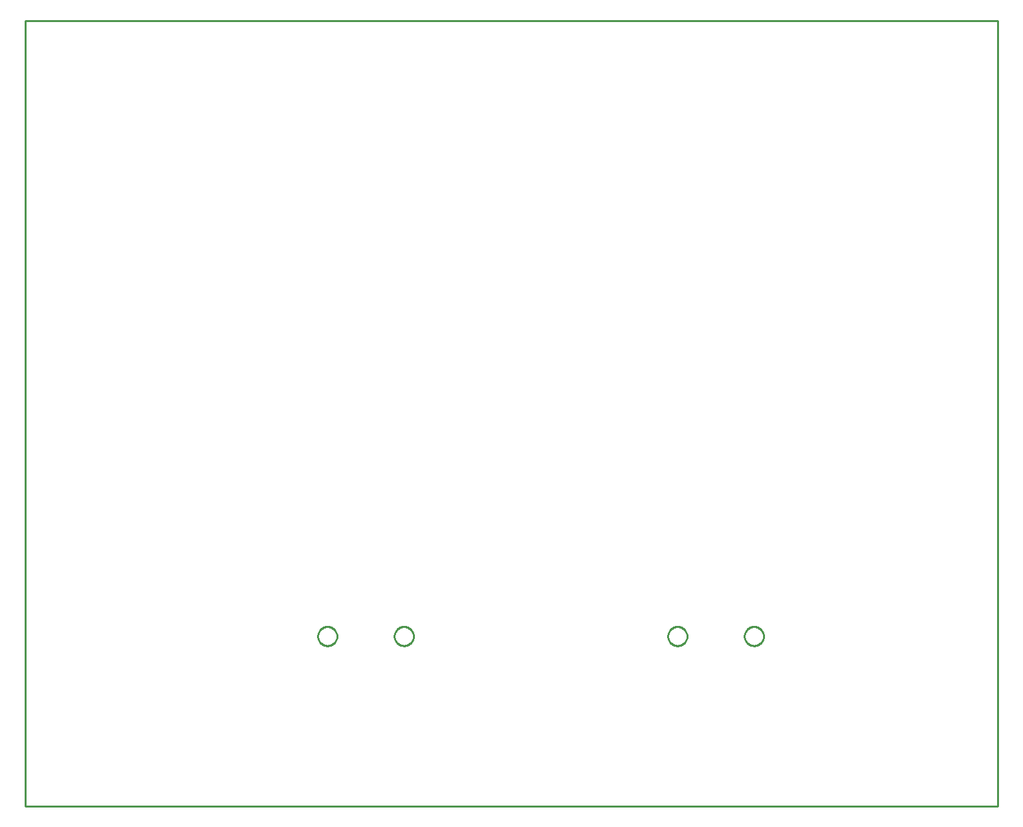
<source format=gbr>
G04 EAGLE Gerber RS-274X export*
G75*
%MOMM*%
%FSLAX34Y34*%
%LPD*%
%IN*%
%IPPOS*%
%AMOC8*
5,1,8,0,0,1.08239X$1,22.5*%
G01*
%ADD10C,0.254000*%


D10*
X0Y0D02*
X1269800Y0D01*
X1269800Y1025400D01*
X0Y1025400D01*
X0Y0D01*
X482000Y222591D02*
X482077Y223570D01*
X482231Y224541D01*
X482460Y225496D01*
X482764Y226430D01*
X483139Y227337D01*
X483585Y228212D01*
X484099Y229050D01*
X484676Y229845D01*
X485314Y230592D01*
X486008Y231286D01*
X486755Y231924D01*
X487550Y232501D01*
X488388Y233015D01*
X489263Y233461D01*
X490170Y233836D01*
X491104Y234140D01*
X492060Y234369D01*
X493030Y234523D01*
X494009Y234600D01*
X494991Y234600D01*
X495970Y234523D01*
X496941Y234369D01*
X497896Y234140D01*
X498830Y233836D01*
X499737Y233461D01*
X500612Y233015D01*
X501450Y232501D01*
X502245Y231924D01*
X502992Y231286D01*
X503686Y230592D01*
X504324Y229845D01*
X504901Y229050D01*
X505415Y228212D01*
X505861Y227337D01*
X506236Y226430D01*
X506540Y225496D01*
X506769Y224541D01*
X506923Y223570D01*
X507000Y222591D01*
X507000Y221609D01*
X506923Y220630D01*
X506769Y219660D01*
X506540Y218704D01*
X506236Y217770D01*
X505861Y216863D01*
X505415Y215988D01*
X504901Y215150D01*
X504324Y214355D01*
X503686Y213608D01*
X502992Y212914D01*
X502245Y212276D01*
X501450Y211699D01*
X500612Y211185D01*
X499737Y210739D01*
X498830Y210364D01*
X497896Y210060D01*
X496941Y209831D01*
X495970Y209677D01*
X494991Y209600D01*
X494009Y209600D01*
X493030Y209677D01*
X492060Y209831D01*
X491104Y210060D01*
X490170Y210364D01*
X489263Y210739D01*
X488388Y211185D01*
X487550Y211699D01*
X486755Y212276D01*
X486008Y212914D01*
X485314Y213608D01*
X484676Y214355D01*
X484099Y215150D01*
X483585Y215988D01*
X483139Y216863D01*
X482764Y217770D01*
X482460Y218704D01*
X482231Y219660D01*
X482077Y220630D01*
X482000Y221609D01*
X482000Y222591D01*
X382000Y222591D02*
X382077Y223570D01*
X382231Y224541D01*
X382460Y225496D01*
X382764Y226430D01*
X383139Y227337D01*
X383585Y228212D01*
X384099Y229050D01*
X384676Y229845D01*
X385314Y230592D01*
X386008Y231286D01*
X386755Y231924D01*
X387550Y232501D01*
X388388Y233015D01*
X389263Y233461D01*
X390170Y233836D01*
X391104Y234140D01*
X392060Y234369D01*
X393030Y234523D01*
X394009Y234600D01*
X394991Y234600D01*
X395970Y234523D01*
X396941Y234369D01*
X397896Y234140D01*
X398830Y233836D01*
X399737Y233461D01*
X400612Y233015D01*
X401450Y232501D01*
X402245Y231924D01*
X402992Y231286D01*
X403686Y230592D01*
X404324Y229845D01*
X404901Y229050D01*
X405415Y228212D01*
X405861Y227337D01*
X406236Y226430D01*
X406540Y225496D01*
X406769Y224541D01*
X406923Y223570D01*
X407000Y222591D01*
X407000Y221609D01*
X406923Y220630D01*
X406769Y219660D01*
X406540Y218704D01*
X406236Y217770D01*
X405861Y216863D01*
X405415Y215988D01*
X404901Y215150D01*
X404324Y214355D01*
X403686Y213608D01*
X402992Y212914D01*
X402245Y212276D01*
X401450Y211699D01*
X400612Y211185D01*
X399737Y210739D01*
X398830Y210364D01*
X397896Y210060D01*
X396941Y209831D01*
X395970Y209677D01*
X394991Y209600D01*
X394009Y209600D01*
X393030Y209677D01*
X392060Y209831D01*
X391104Y210060D01*
X390170Y210364D01*
X389263Y210739D01*
X388388Y211185D01*
X387550Y211699D01*
X386755Y212276D01*
X386008Y212914D01*
X385314Y213608D01*
X384676Y214355D01*
X384099Y215150D01*
X383585Y215988D01*
X383139Y216863D01*
X382764Y217770D01*
X382460Y218704D01*
X382231Y219660D01*
X382077Y220630D01*
X382000Y221609D01*
X382000Y222591D01*
X939200Y222591D02*
X939277Y223570D01*
X939431Y224541D01*
X939660Y225496D01*
X939964Y226430D01*
X940339Y227337D01*
X940785Y228212D01*
X941299Y229050D01*
X941876Y229845D01*
X942514Y230592D01*
X943208Y231286D01*
X943955Y231924D01*
X944750Y232501D01*
X945588Y233015D01*
X946463Y233461D01*
X947370Y233836D01*
X948304Y234140D01*
X949260Y234369D01*
X950230Y234523D01*
X951209Y234600D01*
X952191Y234600D01*
X953170Y234523D01*
X954141Y234369D01*
X955096Y234140D01*
X956030Y233836D01*
X956937Y233461D01*
X957812Y233015D01*
X958650Y232501D01*
X959445Y231924D01*
X960192Y231286D01*
X960886Y230592D01*
X961524Y229845D01*
X962101Y229050D01*
X962615Y228212D01*
X963061Y227337D01*
X963436Y226430D01*
X963740Y225496D01*
X963969Y224541D01*
X964123Y223570D01*
X964200Y222591D01*
X964200Y221609D01*
X964123Y220630D01*
X963969Y219660D01*
X963740Y218704D01*
X963436Y217770D01*
X963061Y216863D01*
X962615Y215988D01*
X962101Y215150D01*
X961524Y214355D01*
X960886Y213608D01*
X960192Y212914D01*
X959445Y212276D01*
X958650Y211699D01*
X957812Y211185D01*
X956937Y210739D01*
X956030Y210364D01*
X955096Y210060D01*
X954141Y209831D01*
X953170Y209677D01*
X952191Y209600D01*
X951209Y209600D01*
X950230Y209677D01*
X949260Y209831D01*
X948304Y210060D01*
X947370Y210364D01*
X946463Y210739D01*
X945588Y211185D01*
X944750Y211699D01*
X943955Y212276D01*
X943208Y212914D01*
X942514Y213608D01*
X941876Y214355D01*
X941299Y215150D01*
X940785Y215988D01*
X940339Y216863D01*
X939964Y217770D01*
X939660Y218704D01*
X939431Y219660D01*
X939277Y220630D01*
X939200Y221609D01*
X939200Y222591D01*
X839200Y222591D02*
X839277Y223570D01*
X839431Y224541D01*
X839660Y225496D01*
X839964Y226430D01*
X840339Y227337D01*
X840785Y228212D01*
X841299Y229050D01*
X841876Y229845D01*
X842514Y230592D01*
X843208Y231286D01*
X843955Y231924D01*
X844750Y232501D01*
X845588Y233015D01*
X846463Y233461D01*
X847370Y233836D01*
X848304Y234140D01*
X849260Y234369D01*
X850230Y234523D01*
X851209Y234600D01*
X852191Y234600D01*
X853170Y234523D01*
X854141Y234369D01*
X855096Y234140D01*
X856030Y233836D01*
X856937Y233461D01*
X857812Y233015D01*
X858650Y232501D01*
X859445Y231924D01*
X860192Y231286D01*
X860886Y230592D01*
X861524Y229845D01*
X862101Y229050D01*
X862615Y228212D01*
X863061Y227337D01*
X863436Y226430D01*
X863740Y225496D01*
X863969Y224541D01*
X864123Y223570D01*
X864200Y222591D01*
X864200Y221609D01*
X864123Y220630D01*
X863969Y219660D01*
X863740Y218704D01*
X863436Y217770D01*
X863061Y216863D01*
X862615Y215988D01*
X862101Y215150D01*
X861524Y214355D01*
X860886Y213608D01*
X860192Y212914D01*
X859445Y212276D01*
X858650Y211699D01*
X857812Y211185D01*
X856937Y210739D01*
X856030Y210364D01*
X855096Y210060D01*
X854141Y209831D01*
X853170Y209677D01*
X852191Y209600D01*
X851209Y209600D01*
X850230Y209677D01*
X849260Y209831D01*
X848304Y210060D01*
X847370Y210364D01*
X846463Y210739D01*
X845588Y211185D01*
X844750Y211699D01*
X843955Y212276D01*
X843208Y212914D01*
X842514Y213608D01*
X841876Y214355D01*
X841299Y215150D01*
X840785Y215988D01*
X840339Y216863D01*
X839964Y217770D01*
X839660Y218704D01*
X839431Y219660D01*
X839277Y220630D01*
X839200Y221609D01*
X839200Y222591D01*
M02*

</source>
